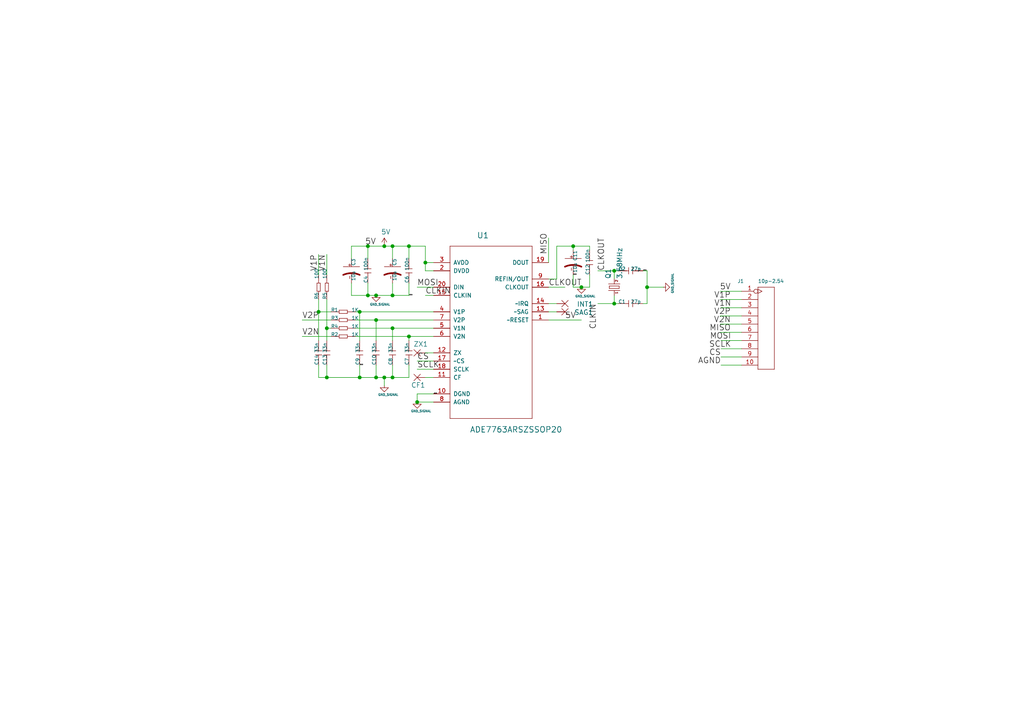
<source format=kicad_sch>
(kicad_sch (version 20201015) (generator eeschema)
  (paper "User" 316.763 218.008)
  (lib_symbols
    (symbol "ADE7763_Breakout-eagle-import:5V" (power) (pin_names (offset 1.016))
      (property "Value" "5V" (at -1.016 3.556 0))
      (symbol "5V_1_0"
        (polyline (pts (xy 0 2.54) (xy -0.762 1.27)))
        (polyline (pts (xy 0.762 1.27) (xy 0 2.54)))
        (pin power_in line (at 0 0 90) (length 2.54) (name "5V") (number "1"))
      )
    )
    (symbol "ADE7763_Breakout-eagle-import:ADE7763ARSZSSOP20" (pin_names (offset 1.016))
      (property "Reference" "U" (at -4.4196 25.1968 0))
      (property "Value" "ADE7763ARSZSSOP20" (at -6.604 -34.8996 0))
      (symbol "ADE7763ARSZSSOP20_1_0"
        (polyline (pts (xy -12.7 -30.48) (xy 12.7 -30.48)))
        (polyline (pts (xy -12.7 22.86) (xy -12.7 -30.48)))
        (polyline (pts (xy 12.7 -30.48) (xy 12.7 22.86)))
        (polyline (pts (xy 12.7 22.86) (xy -12.7 22.86)))
        (pin output line (at 17.78 0 180) (length 5.08) (name "~~RESET") (number "1"))
        (pin passive line (at -17.78 -22.86 0) (length 5.08) (name "DGND") (number "10"))
        (pin input line (at -17.78 -17.78 0) (length 5.08) (name "CF") (number "11"))
        (pin input line (at -17.78 -10.16 0) (length 5.08) (name "ZX") (number "12"))
        (pin output line (at 17.78 2.54 180) (length 5.08) (name "~~SAG") (number "13"))
        (pin output line (at 17.78 5.08 180) (length 5.08) (name "~~IRQ") (number "14"))
        (pin input line (at -17.78 7.62 0) (length 5.08) (name "CLKIN") (number "15"))
        (pin output line (at 17.78 10.16 180) (length 5.08) (name "CLKOUT") (number "16"))
        (pin input line (at -17.78 -12.7 0) (length 5.08) (name "~~CS") (number "17"))
        (pin input line (at -17.78 -15.24 0) (length 5.08) (name "SCLK") (number "18"))
        (pin output line (at 17.78 17.78 180) (length 5.08) (name "DOUT") (number "19"))
        (pin power_in line (at -17.78 15.24 0) (length 5.08) (name "DVDD") (number "2"))
        (pin input line (at -17.78 10.16 0) (length 5.08) (name "DIN") (number "20"))
        (pin power_in line (at -17.78 17.78 0) (length 5.08) (name "AVDD") (number "3"))
        (pin input line (at -17.78 2.54 0) (length 5.08) (name "V1P") (number "4"))
        (pin input line (at -17.78 -2.54 0) (length 5.08) (name "V1N") (number "5"))
        (pin input line (at -17.78 -5.08 0) (length 5.08) (name "V2N") (number "6"))
        (pin input line (at -17.78 0 0) (length 5.08) (name "V2P") (number "7"))
        (pin passive line (at -17.78 -25.4 0) (length 5.08) (name "AGND") (number "8"))
        (pin bidirectional line (at 17.78 12.7 180) (length 5.08) (name "REFIN/OUT") (number "9"))
      )
    )
    (symbol "ADE7763_Breakout-eagle-import:C-0603" (pin_names (offset 1.016))
      (property "Reference" "C" (at -3.81 0 0))
      (property "Value" "C-0603" (at 0 0 0))
      (symbol "C-0603_1_0"
        (polyline (pts (xy -1.27 0) (xy -0.635 0)))
        (polyline (pts (xy -0.635 -1.016) (xy -0.635 0)))
        (polyline (pts (xy -0.635 0) (xy -0.635 1.016)))
        (polyline (pts (xy 0.635 0) (xy 0.635 -1.016)))
        (polyline (pts (xy 0.635 0) (xy 1.27 0)))
        (polyline (pts (xy 0.635 1.016) (xy 0.635 0)))
        (pin passive line (at -3.81 0 0) (length 2.54) (name "1") (number "1"))
        (pin passive line (at 3.81 0 180) (length 2.54) (name "2") (number "2"))
      )
    )
    (symbol "ADE7763_Breakout-eagle-import:CAP-AVX-A" (pin_names (offset 1.016))
      (property "Reference" "C" (at -3.81 0 0))
      (property "Value" "CAP-AVX-A" (at 0 0 0))
      (symbol "CAP-AVX-A_1_0"
        (arc (start 1.27 2.54) (end 1.27 -2.54) (radius (at 6.9596 0) (length 6.223) (angles 155.9 -155.9)) (stroke (width 0.508)))
        (text "+" (at -2.54 0 0) (effects (font (size 1.0668 1.0668)) (justify left bottom)))
        (text "-" (at 1.27 0 0) (effects (font (size 1.0668 1.0668)) (justify left bottom)))
        (polyline (pts (xy -1.27 2.54) (xy -1.27 -2.54)))
        (polyline (pts (xy 1.27 0) (xy 0.635 0)))
        (pin passive line (at -3.81 0 0) (length 2.54) (name "+") (number "+"))
        (pin passive line (at 3.81 0 180) (length 2.54) (name "-") (number "-"))
      )
    )
    (symbol "ADE7763_Breakout-eagle-import:CRYSTALHC49UP" (pin_names (offset 1.016))
      (property "Reference" "Q" (at 2.54 1.016 0))
      (property "Value" "CRYSTALHC49UP" (at 2.54 -2.54 0))
      (symbol "CRYSTALHC49UP_1_0"
        (text "1" (at -2.159 -1.143 0) (effects (font (size 0.7112 0.7112)) (justify left bottom)))
        (text "2" (at 1.524 -1.143 0) (effects (font (size 0.7112 0.7112)) (justify left bottom)))
        (polyline (pts (xy -2.54 0) (xy -1.016 0)))
        (polyline (pts (xy -1.016 1.778) (xy -1.016 -1.778)))
        (polyline (pts (xy -0.381 -1.524) (xy 0.381 -1.524)))
        (polyline (pts (xy -0.381 1.524) (xy -0.381 -1.524)))
        (polyline (pts (xy 0.381 -1.524) (xy 0.381 1.524)))
        (polyline (pts (xy 0.381 1.524) (xy -0.381 1.524)))
        (polyline (pts (xy 1.016 0) (xy 2.54 0)))
        (polyline (pts (xy 1.016 1.778) (xy 1.016 -1.778)))
        (pin passive line (at -2.54 0 0) (length 0) (name "1") (number "1"))
        (pin passive line (at 2.54 0 180) (length 0) (name "2") (number "2"))
      )
    )
    (symbol "ADE7763_Breakout-eagle-import:DIP-BLACK-MALE-HEADER-VERT(10P-2.54)" (pin_names (offset 1.016))
      (property "Value" "DIP-BLACK-MALE-HEADER-VERT(10P-2.54)" (at -1.27 13.97 0))
      (symbol "DIP-BLACK-MALE-HEADER-VERT(10P-2.54)_1_0"
        (polyline (pts (xy -1.27 -12.7) (xy -1.27 12.7)))
        (polyline (pts (xy -1.27 12.7) (xy 3.81 12.7)))
        (polyline (pts (xy 3.81 -12.7) (xy -1.27 -12.7)))
        (polyline (pts (xy 3.81 12.7) (xy 3.81 -12.7)))
        (pin bidirectional inverted_clock (at -6.35 11.43 0) (length 5.08) (name "1") (number "1"))
        (pin bidirectional line (at -6.35 -11.43 0) (length 5.08) (name "10") (number "10"))
        (pin bidirectional line (at -6.35 8.89 0) (length 5.08) (name "2") (number "2"))
        (pin bidirectional line (at -6.35 6.35 0) (length 5.08) (name "3") (number "3"))
        (pin bidirectional line (at -6.35 3.81 0) (length 5.08) (name "4") (number "4"))
        (pin bidirectional line (at -6.35 1.27 0) (length 5.08) (name "5") (number "5"))
        (pin bidirectional line (at -6.35 -1.27 0) (length 5.08) (name "6") (number "6"))
        (pin bidirectional line (at -6.35 -3.81 0) (length 5.08) (name "7") (number "7"))
        (pin bidirectional line (at -6.35 -6.35 0) (length 5.08) (name "8") (number "8"))
        (pin bidirectional line (at -6.35 -8.89 0) (length 5.08) (name "9") (number "9"))
      )
    )
    (symbol "ADE7763_Breakout-eagle-import:GND_SIGNAL" (power) (pin_names (offset 1.016))
      (property "Value" "GND_SIGNAL" (at -1.905 -3.175 0))
      (symbol "GND_SIGNAL_1_0"
        (polyline (pts (xy -1.27 -0.635) (xy 0 -0.635)))
        (polyline (pts (xy 0 -1.905) (xy -1.27 -0.635)))
        (polyline (pts (xy 0 -0.635) (xy 1.27 -0.635)))
        (polyline (pts (xy 0 0) (xy 0 -0.635)))
        (polyline (pts (xy 1.27 -0.635) (xy 0 -1.905)))
        (pin power_in line (at 0 0 270) (length 0) (name "AGND") (number "1"))
      )
    )
    (symbol "ADE7763_Breakout-eagle-import:R-0603" (pin_names (offset 1.016))
      (property "Reference" "R" (at -3.81 0 0))
      (property "Value" "R-0603" (at 2.54 0 0))
      (symbol "R-0603_1_0"
        (polyline (pts (xy -1.27 -0.508) (xy -1.27 0.508)))
        (polyline (pts (xy -1.27 0.508) (xy 1.27 0.508)))
        (polyline (pts (xy 1.27 -0.508) (xy -1.27 -0.508)))
        (polyline (pts (xy 1.27 0.508) (xy 1.27 -0.508)))
        (pin passive line (at -3.81 0 0) (length 2.54) (name "1") (number "1"))
        (pin passive line (at 3.81 0 180) (length 2.54) (name "2") (number "2"))
      )
    )
    (symbol "ADE7763_Breakout-eagle-import:WIREPADSMD1,27-254" (pin_names (offset 1.016))
      (property "Reference" "PAD" (at -1.143 1.8542 0))
      (property "Value" "WIREPADSMD1,27-254" (at -1.143 -3.302 0))
      (symbol "WIREPADSMD1,27-254_1_0"
        (polyline (pts (xy -1.016 -1.016) (xy 1.016 1.016)))
        (polyline (pts (xy -1.016 1.016) (xy 1.016 -1.016)))
        (pin passive line (at 2.54 0 180) (length 2.54) (name "P") (number "1"))
      )
    )
  )
  (junction (at 98.552 96.52) (diameter 1.016))
  (junction (at 101.092 101.6) (diameter 1.016))
  (junction (at 101.092 116.84) (diameter 1.016))
  (junction (at 111.252 96.52) (diameter 1.016))
  (junction (at 111.252 116.84) (diameter 1.016))
  (junction (at 113.792 76.2) (diameter 1.016))
  (junction (at 113.792 91.44) (diameter 1.016))
  (junction (at 116.332 91.44) (diameter 1.016))
  (junction (at 116.332 99.06) (diameter 1.016))
  (junction (at 116.332 116.84) (diameter 1.016))
  (junction (at 118.872 76.2) (diameter 1.016))
  (junction (at 118.872 116.84) (diameter 1.016))
  (junction (at 121.412 76.2) (diameter 1.016))
  (junction (at 121.412 91.44) (diameter 1.016))
  (junction (at 121.412 101.6) (diameter 1.016))
  (junction (at 121.412 116.84) (diameter 1.016))
  (junction (at 126.492 76.2) (diameter 1.016))
  (junction (at 126.492 104.14) (diameter 1.016))
  (junction (at 129.032 124.46) (diameter 1.016))
  (junction (at 131.572 81.28) (diameter 1.016))
  (junction (at 177.292 76.2) (diameter 1.016))
  (junction (at 179.832 88.9) (diameter 1.016))
  (junction (at 189.992 83.82) (diameter 1.016))
  (junction (at 189.992 93.98) (diameter 1.016))
  (junction (at 200.152 88.9) (diameter 1.016))
  (wire (pts (xy 98.552 85.09) (xy 98.552 78.74)))
  (wire (pts (xy 98.552 96.52) (xy 98.552 92.71)))
  (wire (pts (xy 98.552 96.52) (xy 98.552 105.41)))
  (wire (pts (xy 98.552 116.84) (xy 98.552 113.03)))
  (wire (pts (xy 101.092 85.09) (xy 101.092 78.74)))
  (wire (pts (xy 101.092 101.6) (xy 101.092 92.71)))
  (wire (pts (xy 101.092 101.6) (xy 101.092 105.41)))
  (wire (pts (xy 101.092 116.84) (xy 98.552 116.84)))
  (wire (pts (xy 101.092 116.84) (xy 101.092 113.03)))
  (wire (pts (xy 102.362 96.52) (xy 98.552 96.52)))
  (wire (pts (xy 102.362 99.06) (xy 93.472 99.06)))
  (wire (pts (xy 102.362 101.6) (xy 101.092 101.6)))
  (wire (pts (xy 102.362 104.14) (xy 93.472 104.14)))
  (wire (pts (xy 108.712 76.2) (xy 108.712 80.01)))
  (wire (pts (xy 108.712 91.44) (xy 108.712 87.63)))
  (wire (pts (xy 111.252 96.52) (xy 109.982 96.52)))
  (wire (pts (xy 111.252 96.52) (xy 111.252 105.41)))
  (wire (pts (xy 111.252 113.03) (xy 111.252 116.84)))
  (wire (pts (xy 111.252 116.84) (xy 101.092 116.84)))
  (wire (pts (xy 111.252 116.84) (xy 116.332 116.84)))
  (wire (pts (xy 113.792 76.2) (xy 108.712 76.2)))
  (wire (pts (xy 113.792 80.01) (xy 113.792 76.2)))
  (wire (pts (xy 113.792 91.44) (xy 108.712 91.44)))
  (wire (pts (xy 113.792 91.44) (xy 113.792 87.63)))
  (wire (pts (xy 116.332 91.44) (xy 113.792 91.44)))
  (wire (pts (xy 116.332 99.06) (xy 109.982 99.06)))
  (wire (pts (xy 116.332 99.06) (xy 116.332 105.41)))
  (wire (pts (xy 116.332 113.03) (xy 116.332 116.84)))
  (wire (pts (xy 116.332 116.84) (xy 118.872 116.84)))
  (wire (pts (xy 118.872 76.2) (xy 113.792 76.2)))
  (wire (pts (xy 118.872 116.84) (xy 121.412 116.84)))
  (wire (pts (xy 118.872 119.38) (xy 118.872 116.84)))
  (wire (pts (xy 121.412 76.2) (xy 118.872 76.2)))
  (wire (pts (xy 121.412 80.01) (xy 121.412 76.2)))
  (wire (pts (xy 121.412 91.44) (xy 116.332 91.44)))
  (wire (pts (xy 121.412 91.44) (xy 121.412 87.63)))
  (wire (pts (xy 121.412 101.6) (xy 109.982 101.6)))
  (wire (pts (xy 121.412 101.6) (xy 121.412 105.41)))
  (wire (pts (xy 121.412 113.03) (xy 121.412 116.84)))
  (wire (pts (xy 121.412 116.84) (xy 126.492 116.84)))
  (wire (pts (xy 126.492 76.2) (xy 121.412 76.2)))
  (wire (pts (xy 126.492 80.01) (xy 126.492 76.2)))
  (wire (pts (xy 126.492 91.44) (xy 121.412 91.44)))
  (wire (pts (xy 126.492 91.44) (xy 126.492 87.63)))
  (wire (pts (xy 126.492 104.14) (xy 109.982 104.14)))
  (wire (pts (xy 126.492 104.14) (xy 126.492 105.41)))
  (wire (pts (xy 126.492 116.84) (xy 126.492 113.03)))
  (wire (pts (xy 129.032 121.92) (xy 129.032 124.46)))
  (wire (pts (xy 129.032 124.46) (xy 134.112 124.46)))
  (wire (pts (xy 131.572 76.2) (xy 126.492 76.2)))
  (wire (pts (xy 131.572 81.28) (xy 131.572 76.2)))
  (wire (pts (xy 131.572 81.28) (xy 131.572 83.82)))
  (wire (pts (xy 131.572 83.82) (xy 134.112 83.82)))
  (wire (pts (xy 131.572 109.22) (xy 134.112 109.22)))
  (wire (pts (xy 131.572 116.84) (xy 134.112 116.84)))
  (wire (pts (xy 134.112 81.28) (xy 131.572 81.28)))
  (wire (pts (xy 134.112 88.9) (xy 129.032 88.9)))
  (wire (pts (xy 134.112 91.44) (xy 131.572 91.44)))
  (wire (pts (xy 134.112 96.52) (xy 111.252 96.52)))
  (wire (pts (xy 134.112 99.06) (xy 116.332 99.06)))
  (wire (pts (xy 134.112 101.6) (xy 121.412 101.6)))
  (wire (pts (xy 134.112 104.14) (xy 126.492 104.14)))
  (wire (pts (xy 134.112 111.76) (xy 129.032 111.76)))
  (wire (pts (xy 134.112 114.3) (xy 129.032 114.3)))
  (wire (pts (xy 134.112 121.92) (xy 129.032 121.92)))
  (wire (pts (xy 169.672 81.28) (xy 169.672 73.66)))
  (wire (pts (xy 169.672 86.36) (xy 172.212 86.36)))
  (wire (pts (xy 169.672 88.9) (xy 174.752 88.9)))
  (wire (pts (xy 169.672 93.98) (xy 172.212 93.98)))
  (wire (pts (xy 169.672 96.52) (xy 172.212 96.52)))
  (wire (pts (xy 169.672 99.06) (xy 179.832 99.06)))
  (wire (pts (xy 172.212 76.2) (xy 177.292 76.2)))
  (wire (pts (xy 172.212 86.36) (xy 172.212 76.2)))
  (wire (pts (xy 177.292 76.2) (xy 182.372 76.2)))
  (wire (pts (xy 177.292 77.47) (xy 177.292 76.2)))
  (wire (pts (xy 177.292 85.09) (xy 177.292 88.9)))
  (wire (pts (xy 177.292 88.9) (xy 179.832 88.9)))
  (wire (pts (xy 179.832 88.9) (xy 182.372 88.9)))
  (wire (pts (xy 182.372 76.2) (xy 182.372 77.47)))
  (wire (pts (xy 182.372 88.9) (xy 182.372 85.09)))
  (wire (pts (xy 189.992 83.82) (xy 184.912 83.82)))
  (wire (pts (xy 189.992 83.82) (xy 191.262 83.82)))
  (wire (pts (xy 189.992 86.36) (xy 189.992 83.82)))
  (wire (pts (xy 189.992 91.44) (xy 189.992 93.98)))
  (wire (pts (xy 189.992 93.98) (xy 184.912 93.98)))
  (wire (pts (xy 189.992 93.98) (xy 191.262 93.98)))
  (wire (pts (xy 198.882 83.82) (xy 200.152 83.82)))
  (wire (pts (xy 200.152 83.82) (xy 200.152 88.9)))
  (wire (pts (xy 200.152 88.9) (xy 200.152 93.98)))
  (wire (pts (xy 200.152 88.9) (xy 205.232 88.9)))
  (wire (pts (xy 200.152 93.98) (xy 198.882 93.98)))
  (wire (pts (xy 229.362 90.17) (xy 222.758 90.17)))
  (wire (pts (xy 229.362 92.71) (xy 222.758 92.71)))
  (wire (pts (xy 229.362 95.25) (xy 223.012 95.25)))
  (wire (pts (xy 229.362 97.79) (xy 222.758 97.79)))
  (wire (pts (xy 229.362 100.33) (xy 222.758 100.33)))
  (wire (pts (xy 229.362 102.87) (xy 222.758 102.87)))
  (wire (pts (xy 229.362 105.41) (xy 223.012 105.41)))
  (wire (pts (xy 229.362 107.95) (xy 223.012 107.95)))
  (wire (pts (xy 229.362 110.49) (xy 223.012 110.49)))
  (wire (pts (xy 229.362 113.03) (xy 223.012 113.03)))
  (label "V2P" (at 93.472 99.06 0) (effects (font (size 1.778 1.778))))
  (label "V2N" (at 93.472 104.14 0) (effects (font (size 1.778 1.778))))
  (label "V1P" (at 98.552 78.74 270) (effects (font (size 1.778 1.778))))
  (label "V1N" (at 101.092 78.74 270) (effects (font (size 1.778 1.778))))
  (label "AGND" (at 111.252 113.03 0) (effects (font (size 0.254 0.254))))
  (label "5V" (at 116.332 76.2 180) (effects (font (size 1.778 1.778))))
  (label "AGND" (at 126.492 91.44 0) (effects (font (size 0.254 0.254))))
  (label "MOSI" (at 129.032 88.9 0) (effects (font (size 1.778 1.778))))
  (label "CS" (at 129.032 111.76 0) (effects (font (size 1.778 1.778))))
  (label "SCLK" (at 129.032 114.3 0) (effects (font (size 1.778 1.778))))
  (label "CLKIN" (at 131.572 91.44 0) (effects (font (size 1.778 1.778))))
  (label "AGND" (at 134.112 121.92 0) (effects (font (size 0.254 0.254))))
  (label "MISO" (at 169.672 78.74 90) (effects (font (size 1.778 1.778))))
  (label "CLKOUT" (at 169.672 88.9 0) (effects (font (size 1.778 1.778))))
  (label "5V" (at 174.752 99.06 0) (effects (font (size 1.778 1.778))))
  (label "AGND" (at 177.292 85.09 0) (effects (font (size 0.254 0.254))))
  (label "CLKIN" (at 184.912 93.98 270) (effects (font (size 1.778 1.778))))
  (label "CLKOUT" (at 187.452 83.82 90) (effects (font (size 1.778 1.778))))
  (label "AGND" (at 198.882 83.82 0) (effects (font (size 0.254 0.254))))
  (label "CS" (at 223.012 110.49 180) (effects (font (size 1.778 1.778))))
  (label "AGND" (at 223.012 113.03 180) (effects (font (size 1.778 1.778))))
  (label "5V" (at 226.06 90.17 180) (effects (font (size 1.778 1.778))))
  (label "V1P" (at 226.06 92.71 180) (effects (font (size 1.778 1.778))))
  (label "V2P" (at 226.06 97.79 180) (effects (font (size 1.778 1.778))))
  (label "V2N" (at 226.06 100.33 180) (effects (font (size 1.778 1.778))))
  (label "MISO" (at 226.06 102.87 180) (effects (font (size 1.778 1.778))))
  (label "V1N" (at 226.187 95.25 180) (effects (font (size 1.778 1.778))))
  (label "MOSI" (at 226.187 105.41 180) (effects (font (size 1.778 1.778))))
  (label "SCLK" (at 226.187 107.95 180) (effects (font (size 1.778 1.778))))
  (symbol (lib_id "ADE7763_Breakout-eagle-import:GND_SIGNAL") (at 116.332 91.44 0) (unit 1)
    (property "Reference" "#U$05" (effects hide))
    (property "Value" "GND_SIGNAL" (at 114.427 94.615 0) (effects (font (size 0.6858 0.6858)) (justify left bottom)))
  )
  (symbol (lib_id "ADE7763_Breakout-eagle-import:GND_SIGNAL") (at 118.872 119.38 0) (unit 1)
    (property "Reference" "#U$01" (effects hide))
    (property "Value" "GND_SIGNAL" (at 116.967 122.555 0) (effects (font (size 0.6858 0.6858)) (justify left bottom)))
  )
  (symbol (lib_id "ADE7763_Breakout-eagle-import:GND_SIGNAL") (at 129.032 124.46 0) (unit 1)
    (property "Reference" "#U$03" (effects hide))
    (property "Value" "GND_SIGNAL" (at 127.127 127.635 0) (effects (font (size 0.6858 0.6858)) (justify left bottom)))
  )
  (symbol (lib_id "ADE7763_Breakout-eagle-import:GND_SIGNAL") (at 179.832 88.9 0) (unit 1)
    (property "Reference" "#U$04" (effects hide))
    (property "Value" "GND_SIGNAL" (at 177.927 92.075 0) (effects (font (size 0.6858 0.6858)) (justify left bottom)))
  )
  (symbol (lib_id "ADE7763_Breakout-eagle-import:GND_SIGNAL") (at 205.232 88.9 90) (unit 1)
    (property "Reference" "#U$02" (effects hide))
    (property "Value" "GND_SIGNAL" (at 208.407 90.805 0) (effects (font (size 0.6858 0.6858)) (justify left bottom)))
  )
  (symbol (lib_id "ADE7763_Breakout-eagle-import:5V") (at 118.872 76.2 0) (unit 1)
    (property "Reference" "#SUPPLY01" (effects hide))
    (property "Value" "5V" (at 117.856 72.644 0) (effects (font (size 1.4986 1.4986)) (justify left bottom)))
  )
  (symbol (lib_id "ADE7763_Breakout-eagle-import:R-0603") (at 98.552 88.9 90) (unit 1)
    (property "Reference" "R6" (at 98.552 92.71 0) (effects (font (size 1.0668 1.0668)) (justify left bottom)))
    (property "Value" "100" (at 98.552 86.36 0) (effects (font (size 1.0668 1.0668)) (justify left bottom)))
    (property "Footprint" "ADE7763_Breakout:R0603" (effects hide))
    (property "manf#" "RT0603FRD07100RL" (effects hide))
  )
  (symbol (lib_id "ADE7763_Breakout-eagle-import:R-0603") (at 101.092 88.9 90) (unit 1)
    (property "Reference" "R5" (at 101.092 92.71 0) (effects (font (size 1.0668 1.0668)) (justify left bottom)))
    (property "Value" "100" (at 101.092 86.36 0) (effects (font (size 1.0668 1.0668)) (justify left bottom)))
    (property "Footprint" "ADE7763_Breakout:R0603" (effects hide))
    (property "manf#" "RT0603FRD07100RL" (effects hide))
  )
  (symbol (lib_id "ADE7763_Breakout-eagle-import:R-0603") (at 106.172 96.52 0) (unit 1)
    (property "Reference" "R1" (at 102.362 96.52 0) (effects (font (size 1.0668 1.0668)) (justify left bottom)))
    (property "Value" "1K" (at 108.712 96.52 0) (effects (font (size 1.0668 1.0668)) (justify left bottom)))
    (property "Footprint" "ADE7763_Breakout:R0603" (effects hide))
    (property "manf#" "RT0603FRD071KL" (effects hide))
  )
  (symbol (lib_id "ADE7763_Breakout-eagle-import:R-0603") (at 106.172 99.06 0) (unit 1)
    (property "Reference" "R3" (at 102.362 99.06 0) (effects (font (size 1.0668 1.0668)) (justify left bottom)))
    (property "Value" "1K" (at 108.712 99.06 0) (effects (font (size 1.0668 1.0668)) (justify left bottom)))
    (property "Footprint" "ADE7763_Breakout:R0603" (effects hide))
    (property "manf#" "RT0603FRD071KL" (effects hide))
  )
  (symbol (lib_id "ADE7763_Breakout-eagle-import:R-0603") (at 106.172 101.6 0) (unit 1)
    (property "Reference" "R4" (at 102.362 101.6 0) (effects (font (size 1.0668 1.0668)) (justify left bottom)))
    (property "Value" "1K" (at 108.712 101.6 0) (effects (font (size 1.0668 1.0668)) (justify left bottom)))
    (property "Footprint" "ADE7763_Breakout:R0603" (effects hide))
    (property "manf#" "RT0603FRD071KL" (effects hide))
  )
  (symbol (lib_id "ADE7763_Breakout-eagle-import:R-0603") (at 106.172 104.14 0) (unit 1)
    (property "Reference" "R2" (at 102.362 104.14 0) (effects (font (size 1.0668 1.0668)) (justify left bottom)))
    (property "Value" "1K" (at 108.712 104.14 0) (effects (font (size 1.0668 1.0668)) (justify left bottom)))
    (property "Footprint" "ADE7763_Breakout:R0603" (effects hide))
    (property "manf#" "RT0603FRD071KL" (effects hide))
  )
  (symbol (lib_id "ADE7763_Breakout-eagle-import:WIREPADSMD1,27-254") (at 129.032 109.22 0) (unit 1)
    (property "Reference" "ZX1" (at 127.889 107.3658 0) (effects (font (size 1.4986 1.4986)) (justify left bottom)))
    (property "Value" "WIREPADSMD1,27-254" (effects hide))
    (property "Footprint" "ADE7763_Breakout:SMD1,27-2,54" (effects hide))
    (property "DNP" " " (effects hide))
  )
  (symbol (lib_id "ADE7763_Breakout-eagle-import:WIREPADSMD1,27-254") (at 129.032 116.84 0) (unit 1)
    (property "Reference" "CF1" (at 127.127 120.0658 0) (effects (font (size 1.4986 1.4986)) (justify left bottom)))
    (property "Value" "WIREPADSMD1,27-254" (effects hide))
    (property "Footprint" "ADE7763_Breakout:SMD1,27-2,54" (effects hide))
    (property "DNP" " " (effects hide))
  )
  (symbol (lib_id "ADE7763_Breakout-eagle-import:WIREPADSMD1,27-254") (at 174.752 93.98 180) (unit 1)
    (property "Reference" "INT1" (at 183.515 93.2942 0) (effects (font (size 1.4986 1.4986)) (justify left bottom)))
    (property "Value" "WIREPADSMD1,27-254" (effects hide))
    (property "Footprint" "ADE7763_Breakout:SMD1,27-2,54" (effects hide))
    (property "DNP" " " (effects hide))
  )
  (symbol (lib_id "ADE7763_Breakout-eagle-import:WIREPADSMD1,27-254") (at 174.752 96.52 180) (unit 1)
    (property "Reference" "SAG1" (at 183.515 95.8342 0) (effects (font (size 1.4986 1.4986)) (justify left bottom)))
    (property "Value" "WIREPADSMD1,27-254" (effects hide))
    (property "Footprint" "ADE7763_Breakout:SMD1,27-2,54" (effects hide))
    (property "DNP" " " (effects hide))
  )
  (symbol (lib_id "ADE7763_Breakout-eagle-import:C-0603") (at 98.552 109.22 90) (unit 1)
    (property "Reference" "C14" (at 98.552 113.03 0) (effects (font (size 1.0668 1.0668)) (justify left bottom)))
    (property "Value" "33n" (at 98.552 109.22 0) (effects (font (size 1.0668 1.0668)) (justify left bottom)))
    (property "Footprint" "ADE7763_Breakout:C0603" (effects hide))
    (property "manf#" "C0603C333K5RACTU" (effects hide))
  )
  (symbol (lib_id "ADE7763_Breakout-eagle-import:C-0603") (at 101.092 109.22 90) (unit 1)
    (property "Reference" "C13" (at 101.092 113.03 0) (effects (font (size 1.0668 1.0668)) (justify left bottom)))
    (property "Value" "33n" (at 101.092 109.22 0) (effects (font (size 1.0668 1.0668)) (justify left bottom)))
    (property "Footprint" "ADE7763_Breakout:C0603" (effects hide))
    (property "manf#" "C0603C333K5RACTU" (effects hide))
  )
  (symbol (lib_id "ADE7763_Breakout-eagle-import:C-0603") (at 111.252 109.22 90) (unit 1)
    (property "Reference" "C9" (at 111.252 113.03 0) (effects (font (size 1.0668 1.0668)) (justify left bottom)))
    (property "Value" "33n" (at 111.252 109.22 0) (effects (font (size 1.0668 1.0668)) (justify left bottom)))
    (property "Footprint" "ADE7763_Breakout:C0603" (effects hide))
    (property "manf#" "C0603C333K5RACTU" (effects hide))
  )
  (symbol (lib_id "ADE7763_Breakout-eagle-import:C-0603") (at 113.792 83.82 90) (unit 1)
    (property "Reference" "C4" (at 113.792 87.63 0) (effects (font (size 1.0668 1.0668)) (justify left bottom)))
    (property "Value" "100n" (at 113.792 83.82 0) (effects (font (size 1.0668 1.0668)) (justify left bottom)))
    (property "Footprint" "ADE7763_Breakout:C0603" (effects hide))
    (property "manf#" "GCJ188R71H104KA12D" (effects hide))
  )
  (symbol (lib_id "ADE7763_Breakout-eagle-import:C-0603") (at 116.332 109.22 90) (unit 1)
    (property "Reference" "C10" (at 116.332 113.03 0) (effects (font (size 1.0668 1.0668)) (justify left bottom)))
    (property "Value" "33n" (at 116.332 109.22 0) (effects (font (size 1.0668 1.0668)) (justify left bottom)))
    (property "Footprint" "ADE7763_Breakout:C0603" (effects hide))
    (property "manf#" "C0603C333K5RACTU" (effects hide))
  )
  (symbol (lib_id "ADE7763_Breakout-eagle-import:C-0603") (at 121.412 109.22 90) (unit 1)
    (property "Reference" "C8" (at 121.412 113.03 0) (effects (font (size 1.0668 1.0668)) (justify left bottom)))
    (property "Value" "33n" (at 121.412 109.22 0) (effects (font (size 1.0668 1.0668)) (justify left bottom)))
    (property "Footprint" "ADE7763_Breakout:C0603" (effects hide))
    (property "manf#" "C0603C333K5RACTU" (effects hide))
  )
  (symbol (lib_id "ADE7763_Breakout-eagle-import:C-0603") (at 126.492 83.82 90) (unit 1)
    (property "Reference" "C6" (at 126.492 87.63 0) (effects (font (size 1.0668 1.0668)) (justify left bottom)))
    (property "Value" "100n" (at 126.492 83.82 0) (effects (font (size 1.0668 1.0668)) (justify left bottom)))
    (property "Footprint" "ADE7763_Breakout:C0603" (effects hide))
    (property "manf#" "GCJ188R71H104KA12D" (effects hide))
  )
  (symbol (lib_id "ADE7763_Breakout-eagle-import:C-0603") (at 126.492 109.22 90) (unit 1)
    (property "Reference" "C7" (at 126.492 113.03 0) (effects (font (size 1.0668 1.0668)) (justify left bottom)))
    (property "Value" "33n" (at 126.492 109.22 0) (effects (font (size 1.0668 1.0668)) (justify left bottom)))
    (property "Footprint" "ADE7763_Breakout:C0603" (effects hide))
    (property "manf#" "C0603C333K5RACTU" (effects hide))
  )
  (symbol (lib_id "ADE7763_Breakout-eagle-import:C-0603") (at 182.372 81.28 90) (unit 1)
    (property "Reference" "C12" (at 182.372 85.09 0) (effects (font (size 1.0668 1.0668)) (justify left bottom)))
    (property "Value" "100n" (at 182.372 81.28 0) (effects (font (size 1.0668 1.0668)) (justify left bottom)))
    (property "Footprint" "ADE7763_Breakout:C0603" (effects hide))
    (property "manf#" "GCJ188R71H104KA12D" (effects hide))
  )
  (symbol (lib_id "ADE7763_Breakout-eagle-import:C-0603") (at 195.072 83.82 0) (unit 1)
    (property "Reference" "C2" (at 191.262 83.82 0) (effects (font (size 1.0668 1.0668)) (justify left bottom)))
    (property "Value" "27p" (at 195.072 83.82 0) (effects (font (size 1.0668 1.0668)) (justify left bottom)))
    (property "Footprint" "ADE7763_Breakout:C0603" (effects hide))
    (property "manf#" "C0603C270K5GACTU" (effects hide))
  )
  (symbol (lib_id "ADE7763_Breakout-eagle-import:C-0603") (at 195.072 93.98 0) (unit 1)
    (property "Reference" "C1" (at 191.262 93.98 0) (effects (font (size 1.0668 1.0668)) (justify left bottom)))
    (property "Value" "27p" (at 195.072 93.98 0) (effects (font (size 1.0668 1.0668)) (justify left bottom)))
    (property "Footprint" "ADE7763_Breakout:C0603" (effects hide))
    (property "manf#" "C0603C270K5GACTU" (effects hide))
  )
  (symbol (lib_id "ADE7763_Breakout-eagle-import:CRYSTALHC49UP") (at 189.992 88.9 90) (unit 1)
    (property "Reference" "Q1" (at 188.976 86.36 0) (effects (font (size 1.4986 1.4986)) (justify left bottom)))
    (property "Value" "3.58MHz" (at 192.532 86.36 0) (effects (font (size 1.4986 1.4986)) (justify left bottom)))
    (property "Footprint" "ADE7763_Breakout:HC49UP" (effects hide))
    (property "manf#" "ABLS-3.579545MHZ-B4-T" (effects hide))
  )
  (symbol (lib_id "ADE7763_Breakout-eagle-import:CAP-AVX-A") (at 108.712 83.82 270) (unit 1)
    (property "Reference" "C3" (at 108.712 80.01 0) (effects (font (size 1.0668 1.0668)) (justify left bottom)))
    (property "Value" "10u" (at 108.712 83.82 0) (effects (font (size 1.0668 1.0668)) (justify left bottom)))
    (property "Footprint" "ADE7763_Breakout:AVX-A" (effects hide))
    (property "manf#" "TAJA106K010RNJV" (effects hide))
  )
  (symbol (lib_id "ADE7763_Breakout-eagle-import:CAP-AVX-A") (at 121.412 83.82 270) (unit 1)
    (property "Reference" "C5" (at 121.412 80.01 0) (effects (font (size 1.0668 1.0668)) (justify left bottom)))
    (property "Value" "10u" (at 121.412 83.82 0) (effects (font (size 1.0668 1.0668)) (justify left bottom)))
    (property "Footprint" "ADE7763_Breakout:AVX-A" (effects hide))
    (property "manf#" "TAJA106K010RNJV" (effects hide))
  )
  (symbol (lib_id "ADE7763_Breakout-eagle-import:CAP-AVX-A") (at 177.292 81.28 270) (unit 1)
    (property "Reference" "C11" (at 177.292 77.47 0) (effects (font (size 1.0668 1.0668)) (justify left bottom)))
    (property "Value" "10u" (at 177.292 81.28 0) (effects (font (size 1.0668 1.0668)) (justify left bottom)))
    (property "Footprint" "ADE7763_Breakout:AVX-A" (effects hide))
    (property "manf#" "TAJA106K010RNJV" (effects hide))
  )
  (symbol (lib_id "ADE7763_Breakout-eagle-import:DIP-BLACK-MALE-HEADER-VERT(10P-2.54)") (at 235.712 101.6 0) (unit 1)
    (property "Reference" "J1" (at 228.092 87.63 0) (effects (font (size 1.0668 1.0668)) (justify left bottom)))
    (property "Value" "10p-2.54" (at 234.442 87.63 0) (effects (font (size 1.0668 1.0668)) (justify left bottom)))
    (property "Footprint" "ADE7763_Breakout:H10-2.54" (effects hide))
    (property "DNP" " " (effects hide))
  )
  (symbol (lib_id "ADE7763_Breakout-eagle-import:ADE7763ARSZSSOP20") (at 151.892 99.06 0) (unit 1)
    (property "Reference" "U1" (at 147.4724 73.8632 0) (effects (font (size 1.7526 1.7526)) (justify left bottom)))
    (property "Value" "ADE7763ARSZSSOP20" (at 145.288 133.9596 0) (effects (font (size 1.7526 1.7526)) (justify left bottom)))
    (property "Footprint" "Package_SO:SSOP-20_5.3x7.2mm_P0.65mm" (effects hide))
    (property "manf#" "ADE7763ARSZ" (effects hide))
  )
)
</source>
